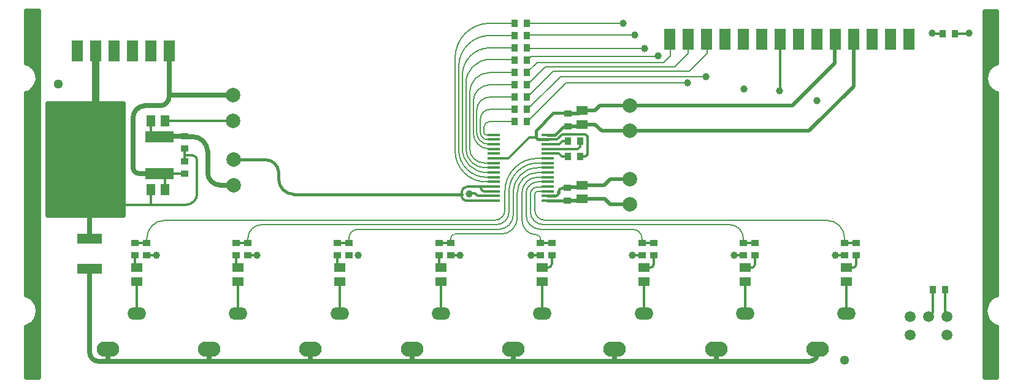
<source format=gbr>
G04 DipTrace 2.4.0.2*
%IN1_Layer_Top.gbr*%
%MOIN*%
%ADD14C,0.0079*%
%ADD15C,0.0276*%
%ADD16C,0.0197*%
%ADD17C,0.013*%
%ADD18C,0.0157*%
%ADD19C,0.0394*%
%ADD21C,0.025*%
%ADD25O,0.122X0.0827*%
%ADD26O,0.1024X0.0669*%
%ADD27C,0.0787*%
%ADD28R,0.0591X0.0512*%
%ADD29R,0.04X0.035*%
%ADD30R,0.0512X0.0591*%
%ADD31R,0.035X0.04*%
%ADD32R,0.1339X0.0551*%
%ADD33R,0.0591X0.1142*%
%ADD34C,0.0512*%
%ADD36R,0.1555X0.0591*%
%ADD37R,0.3819X0.4094*%
%ADD38R,0.0709X0.0157*%
%ADD39C,0.0591*%
%FSLAX44Y44*%
G04*
G70*
G90*
G75*
G01*
%LNTop*%
%LPD*%
X29630Y15394D2*
D14*
X29236D1*
G02X27937Y16693I0J1299D01*
G01*
Y20669D1*
G02X29433Y22165I1496J0D01*
G01*
X30772D1*
X31441Y18150D2*
X31476D1*
X33583Y20256D1*
X40177D1*
X47244Y5787D2*
D15*
Y5610D1*
G02X46791Y5138I-440J-32D01*
G01*
X41732D1*
X36220D1*
X30709D1*
X25197D1*
X19685D1*
X14173D1*
X8661D1*
X8169D1*
G02X7677Y5630I0J492D01*
G01*
Y10177D1*
X25197Y5787D2*
Y5138D1*
Y5787D2*
D16*
Y5138D1*
X36220Y5787D2*
D15*
Y5138D1*
Y5787D2*
D16*
Y5138D1*
X14173Y5787D2*
D15*
Y5138D1*
Y5787D2*
D16*
Y5138D1*
X41732Y5787D2*
D15*
Y5138D1*
X30709Y5787D2*
Y5138D1*
X8661Y5787D2*
Y5138D1*
X19685Y5787D2*
Y5138D1*
X48819Y9469D2*
D17*
Y7717D1*
X10236Y9469D2*
Y7717D1*
X15748Y9469D2*
Y7717D1*
X21260Y9469D2*
Y7717D1*
X26772Y9469D2*
Y7717D1*
X32283Y9469D2*
Y7717D1*
X37795Y9469D2*
Y7717D1*
X43307Y9469D2*
Y7717D1*
X54055Y22933D2*
X53484D1*
G02X53465Y22953I0J20D01*
G01*
X10157Y11555D2*
X10787D1*
X32583Y16161D2*
D14*
X32028D1*
G03X30256Y14390I0J-1772D01*
G01*
Y13366D1*
G02X29685Y12795I-571J0D01*
G01*
X11772D1*
G03X10787Y11811I0J-984D01*
G01*
Y11555D1*
X15650D2*
D17*
X16280D1*
D14*
Y11811D1*
G02X17028Y12559I748J0D01*
G01*
X29770D1*
G03X30472Y13262I0J703D01*
G01*
Y14350D1*
G02X32028Y15906I1555J0D01*
G01*
X32583D1*
X21142Y11555D2*
D17*
X21772D1*
D14*
Y11811D1*
G02X22264Y12303I492J0D01*
G01*
X29907D1*
G03X30709Y13104I0J801D01*
G01*
Y14331D1*
G02X32028Y15650I1319J0D01*
G01*
X32583D1*
X26673Y11555D2*
D17*
X27303D1*
X32583Y15394D2*
D14*
X32028D1*
G03X30925Y14291I0J-1102D01*
G01*
Y12936D1*
G02X30037Y12047I-888J0D01*
G01*
X27539D1*
G03X27303Y11811I0J-236D01*
G01*
Y11555D1*
X32815Y10906D2*
D17*
Y10453D1*
G02X32579Y10217I-236J0D01*
G01*
X32283D1*
X38327Y10906D2*
Y10394D1*
G02X38150Y10217I-177J0D01*
G01*
X37795D1*
X43839Y10906D2*
Y10394D1*
G02X43661Y10217I-177J0D01*
G01*
X43307D1*
X49350Y10906D2*
Y10413D1*
G02X49154Y10217I-197J0D01*
G01*
X48819D1*
X29630Y15650D2*
D14*
X29173D1*
G02X28130Y16693I0J1043D01*
G01*
Y20236D1*
G02X29433Y21535I1306J-7D01*
G01*
X30732D1*
G02X30772Y21496I0J-39D01*
G01*
X31441D2*
X31457D1*
X31673Y21713D1*
X38563D1*
X38583Y21732D1*
X32583Y17185D2*
D17*
X33091D1*
X33386Y17480D1*
X34626D1*
X34744Y17362D1*
Y16378D1*
X34626Y16260D1*
X34331D1*
X32583Y17185D2*
D18*
X32047D1*
X31929Y17303D1*
Y17677D1*
X32874Y18622D1*
X33642D1*
X33681Y18583D1*
D16*
X34272D1*
X34449Y18760D1*
X29630Y16161D2*
D17*
X30433D1*
X31575Y17303D1*
X31929D1*
X34449Y18760D2*
D16*
X35138D1*
X35413Y19035D1*
X37031D1*
X45886D1*
X48189Y21339D1*
Y22307D1*
X48213Y22283D1*
D17*
Y22638D1*
Y22992D1*
Y22638D2*
X48205D1*
X32583Y17441D2*
D18*
X32992D1*
X33425Y17874D1*
X33642D1*
X33681Y17913D1*
D16*
X34350D1*
X34449Y18012D1*
X35157D1*
X35512Y17657D1*
X37031D1*
X46791D1*
X49213Y20079D1*
Y22268D1*
X49197Y22283D1*
D17*
Y22638D1*
Y22992D1*
Y22638D2*
X49205D1*
X32583Y13858D2*
D18*
X33622D1*
X33642Y13878D1*
D16*
X34350D1*
X34429Y13957D1*
X35689D1*
X35984Y13661D1*
X37031D1*
X15512Y14705D2*
D15*
X14783D1*
G02X14094Y15394I0J689D01*
G01*
Y16516D1*
G03X13268Y17343I-827J0D01*
G01*
X12854D1*
G02X12835Y17362I0J20D01*
G01*
X11500D1*
X11477Y17339D1*
X11024Y18209D2*
D17*
Y17339D1*
X11477D1*
X29630Y14114D2*
X28760D1*
X28622Y14252D1*
X28307D1*
Y14232D1*
X32185Y11555D2*
X32795D1*
G03X32815Y11575I0J20D01*
G01*
X32185Y11555D2*
D14*
Y11791D1*
G03X31969Y12008I-217J0D01*
G01*
G02X31181Y12795I0J787D01*
G01*
Y14291D1*
G02X32028Y15138I846J0D01*
G01*
X32583D1*
X12031Y21654D2*
D17*
Y21969D1*
Y22323D1*
Y21969D2*
X12016D1*
Y22008D1*
X12835Y15315D2*
X11500D1*
X11476Y15339D1*
X11772Y14469D2*
Y15043D1*
X11476Y15339D1*
D15*
X10370D1*
G02X10039Y15669I0J331D01*
G01*
Y18366D1*
G02X10689Y19016I650J0D01*
G01*
X11496D1*
G03X12008Y19528I0J512D01*
G01*
Y21630D1*
G02X12031Y21654I24J0D01*
G01*
X15472Y19587D2*
X12067D1*
X12008Y19528D1*
X48720Y11555D2*
D17*
X49331D1*
G03X49350Y11575I0J20D01*
G01*
X48720Y11555D2*
D14*
Y11811D1*
G03X47736Y12795I-984J0D01*
G01*
X32441D1*
G02X31870Y13366I0J571D01*
G01*
Y14217D1*
G02X32028Y14370I160J-7D01*
G01*
X32583D1*
X29630Y17441D2*
X29236D1*
G02X29118Y17559I0J118D01*
G01*
Y17874D1*
G02X29394Y18150I276J0D01*
G01*
X30772D1*
X29630Y17185D2*
X29295D1*
G02X28921Y17559I0J374D01*
G01*
Y18307D1*
G02X29433Y18819I512J0D01*
G01*
X30772D1*
X29630Y16929D2*
X29354D1*
G02X28724Y17559I0J630D01*
G01*
Y18780D1*
G02X29433Y19488I709J0D01*
G01*
X30772D1*
X29630Y16673D2*
X29413D1*
G02X28528Y17559I0J886D01*
G01*
Y19252D1*
G02X29433Y20157I906J0D01*
G01*
X30772D1*
X29630Y15906D2*
X29492D1*
X30772Y20827D2*
X29433D1*
G03X28331Y19724I0J-1102D01*
G01*
Y16709D1*
G03X29134Y15906I803J0D01*
G01*
X29630D1*
X54724Y22933D2*
D17*
X55453D1*
G03X55472Y22953I0J20D01*
G01*
X31441Y20827D2*
D14*
X31457D1*
X32008Y21378D1*
X38878D1*
X39232Y21732D1*
Y22610D1*
X39205Y22638D1*
X29630Y15138D2*
X29236D1*
G02X27740Y16634I0J1496D01*
G01*
Y21142D1*
G02X29433Y22835I1693J0D01*
G01*
X30772D1*
X29630Y14882D2*
X29236D1*
G02X27543Y16575I0J1693D01*
G01*
Y21614D1*
G02X29433Y23504I1890J0D01*
G01*
X30772D1*
X9039Y21654D2*
D17*
Y22008D1*
Y22362D1*
Y22008D2*
X9016D1*
X31441Y18819D2*
D14*
X31476D1*
X33268Y20610D1*
X41161D1*
X31441Y19488D2*
X31476D1*
X32874Y20886D1*
X40280D1*
X41244Y21850D1*
Y22598D1*
X41205Y22638D1*
X31441Y20157D2*
X31476D1*
X32441Y21122D1*
X39492D1*
X40220Y21850D1*
Y22622D1*
X40205Y22638D1*
X36677Y23504D2*
X31441D1*
X45205Y22638D2*
D17*
Y19866D1*
X45181Y19843D1*
X37307Y22874D2*
D14*
X31480D1*
X31441Y22835D1*
X37858Y22126D2*
X31480D1*
X31441Y22165D1*
X32583Y16929D2*
D17*
X33209D1*
X33366Y17087D1*
X33661D1*
X32583Y16673D2*
X34213D1*
X34331Y16791D1*
Y17087D1*
X32583Y16417D2*
X33189D1*
X33346Y16260D1*
X33661D1*
X15650Y10886D2*
Y10315D1*
X15748Y10217D1*
X21142Y10886D2*
Y10335D1*
X21260Y10217D1*
X26673Y10886D2*
Y10315D1*
X26772Y10217D1*
X10157Y10886D2*
Y10295D1*
G03X10236Y10217I79J0D01*
G01*
X37697Y11555D2*
X38307D1*
G03X38327Y11575I0J20D01*
G01*
X32583Y14882D2*
D14*
X32028D1*
G03X31398Y14272I14J-645D01*
G01*
Y13091D1*
G03X32185Y12303I787J0D01*
G01*
X37205D1*
G02X37697Y11811I0J-492D01*
G01*
Y11555D1*
X43209D2*
D17*
X43819D1*
G03X43839Y11575I0J20D01*
G01*
X32583Y14626D2*
D14*
X32563Y14606D1*
X32028D1*
G03X31634Y14217I3J-397D01*
G01*
Y13268D1*
G03X32343Y12559I709J0D01*
G01*
X42461D1*
G02X43209Y11811I0J-748D01*
G01*
Y11555D1*
X50220Y22283D2*
Y22638D1*
Y22992D1*
Y22638D2*
X50205D1*
X53504Y9035D2*
D17*
Y7795D1*
G02X53287Y7579I-217J0D01*
G01*
X51205Y22283D2*
Y22638D1*
Y22992D1*
X54173Y9035D2*
Y7693D1*
G03X54287Y7579I114J0D01*
G01*
X10024Y21654D2*
Y22008D1*
Y22362D1*
Y22008D2*
X10016D1*
X7031Y21654D2*
Y22008D1*
Y22362D1*
Y22008D2*
X7016D1*
X12835Y15984D2*
Y16320D1*
Y16693D1*
Y16320D2*
X13266D1*
G02X13524Y16063I0J-257D01*
G01*
Y14252D1*
G02X12913Y13642I-610J0D01*
G01*
X11024D1*
X9567D1*
G02X8917Y14291I0J650D01*
G01*
Y14842D1*
G03X7421Y16339I-1496J0D01*
G01*
X8016Y21654D2*
Y22008D1*
Y22362D1*
Y21654D2*
D19*
Y16933D1*
X7421Y16339D1*
X11024Y14469D2*
D17*
Y13642D1*
X11047Y21654D2*
Y22008D1*
Y22362D1*
Y22008D2*
X11016D1*
X11772Y18209D2*
X15472D1*
X29630Y14626D2*
X28957D1*
X28209D1*
G03X27894Y14311I0J-315D01*
G01*
Y14209D1*
Y14114D1*
G03X28130Y13858I273J15D01*
G01*
X29630D1*
Y14370D2*
X29114D1*
G02X28957Y14528I0J157D01*
G01*
Y14626D1*
X27894Y14209D2*
D18*
X18783D1*
G02X17953Y15039I0J830D01*
G01*
Y15413D1*
G03X17244Y16083I-706J-38D01*
G01*
X15512D1*
X33642Y14547D2*
D16*
Y14587D1*
X34311D1*
X34429Y14705D1*
X35650D1*
X35965Y15020D1*
X37012D1*
X37031Y15039D1*
X32583Y14114D2*
D18*
X32992D1*
G03X33169Y14291I0J177D01*
G01*
Y14331D1*
G02X33386Y14547I217J0D01*
G01*
X33642D1*
X48720Y10886D2*
D17*
X48209D1*
X11299D2*
X10787D1*
X37697D2*
X37185D1*
X43209D2*
X42697D1*
X32185D2*
X31673D1*
X27815D2*
X27303D1*
X16791D2*
X16280D1*
X7677Y11791D2*
D15*
Y16082D1*
G03X7421Y16339I-256J0D01*
G01*
X6890Y17126D2*
D17*
Y16870D1*
G03X7421Y16339I531J0D01*
G01*
D19*
X36677Y23504D3*
X48213Y22992D3*
X49197D3*
X50220D3*
X51205D3*
X53465Y22953D3*
X55472D3*
X37307Y22874D3*
X48213Y22638D3*
X49197D3*
X50220D3*
X51205D3*
X7031Y22362D3*
X8016D3*
X9039D3*
X10024D3*
X11047D3*
X12031Y22323D3*
X48213Y22283D3*
X49197D3*
X50220D3*
X51205D3*
X37858Y22126D3*
X7031Y22008D3*
X8016D3*
X9039D3*
X10024D3*
X11047D3*
X12031Y21969D3*
X7031Y21654D3*
X8016D3*
X9039D3*
X10024D3*
X11047D3*
X12031D3*
X38583Y21732D3*
X41161Y20610D3*
X40177Y20256D3*
X43252Y19921D3*
X45181Y19843D3*
X47205Y19311D3*
X5906Y17913D3*
X6890D3*
X7874D3*
X8858D3*
X5906Y17126D3*
X6890D3*
X7874D3*
X8858D3*
X5906Y16339D3*
X6890D3*
X7874D3*
X8858D3*
X5906Y15551D3*
X6890D3*
X7874D3*
X8858D3*
X5906Y14764D3*
X6890D3*
X7874D3*
X8858D3*
X28307Y14232D3*
X11299Y10886D3*
X16791D3*
X22283D3*
X27815D3*
X31673D3*
X37185D3*
X42697D3*
X48209D3*
X4284Y23898D2*
D21*
X4869D1*
X4284Y23649D2*
X4869D1*
X4284Y23401D2*
X4869D1*
X4284Y23152D2*
X4869D1*
X4284Y22903D2*
X4869D1*
X4284Y22655D2*
X4869D1*
X4284Y22406D2*
X4869D1*
X4284Y22157D2*
X4869D1*
X4284Y21908D2*
X4869D1*
X4284Y21660D2*
X4869D1*
X4284Y21411D2*
X4869D1*
X4594Y21162D2*
X4869D1*
X4782Y20914D2*
X4869D1*
X4649Y19919D2*
X4869D1*
X4284Y19670D2*
X4869D1*
X4284Y19422D2*
X4869D1*
X4284Y19173D2*
X4869D1*
X4284Y18924D2*
X4869D1*
X4284Y18676D2*
X4869D1*
X4284Y18427D2*
X4869D1*
X4284Y18178D2*
X4869D1*
X4284Y17929D2*
X4869D1*
X4284Y17681D2*
X4869D1*
X4284Y17432D2*
X4869D1*
X4284Y17183D2*
X4869D1*
X4284Y16935D2*
X4869D1*
X4284Y16686D2*
X4869D1*
X4284Y16437D2*
X4869D1*
X4284Y16189D2*
X4869D1*
X4284Y15940D2*
X4869D1*
X4284Y15691D2*
X4869D1*
X4284Y15443D2*
X4869D1*
X4284Y15194D2*
X4869D1*
X4284Y14945D2*
X4869D1*
X4284Y14697D2*
X4869D1*
X4284Y14448D2*
X4869D1*
X4284Y14199D2*
X4869D1*
X4284Y13950D2*
X4869D1*
X4284Y13702D2*
X4869D1*
X4284Y13453D2*
X4869D1*
X4284Y13204D2*
X4869D1*
X4284Y12956D2*
X4869D1*
X4284Y12707D2*
X4869D1*
X4284Y12458D2*
X4869D1*
X4284Y12210D2*
X4869D1*
X4284Y11961D2*
X4869D1*
X4284Y11712D2*
X4869D1*
X4284Y11464D2*
X4869D1*
X4284Y11215D2*
X4869D1*
X4284Y10966D2*
X4869D1*
X4284Y10718D2*
X4869D1*
X4284Y10469D2*
X4869D1*
X4284Y10220D2*
X4869D1*
X4284Y9971D2*
X4869D1*
X4284Y9723D2*
X4869D1*
X4284Y9474D2*
X4869D1*
X4284Y9225D2*
X4869D1*
X4284Y8977D2*
X4869D1*
X4329Y8728D2*
X4869D1*
X4676Y8479D2*
X4869D1*
X4673Y7236D2*
X4869D1*
X4284Y6987D2*
X4869D1*
X4284Y6739D2*
X4869D1*
X4284Y6490D2*
X4869D1*
X4284Y6241D2*
X4869D1*
X4284Y5992D2*
X4869D1*
X4284Y5744D2*
X4869D1*
X4284Y5495D2*
X4869D1*
X4284Y5246D2*
X4869D1*
X4284Y4998D2*
X4869D1*
X4284Y4749D2*
X4869D1*
X4284Y4500D2*
X4869D1*
X4770Y24147D2*
X4259D1*
Y21346D1*
X4415Y21288D1*
X4667Y21079D1*
X4803Y20829D1*
X4866Y20513D1*
X4895Y20509D1*
Y24147D1*
X4770D1*
X4259Y7005D2*
Y4259D1*
X4895D1*
Y20509D1*
X4838Y20342D1*
X4792Y20172D1*
X4655Y19951D1*
X4498Y19794D1*
X4347Y19711D1*
X4259Y19686D1*
Y8739D1*
X4358Y8708D1*
X4537Y8592D1*
X4718Y8402D1*
X4828Y8167D1*
X4869Y7863D1*
X4843Y7618D1*
X4750Y7353D1*
X4583Y7164D1*
X4391Y7056D1*
X4261Y7003D1*
X56370Y23878D2*
X56936D1*
X56370Y23630D2*
X56936D1*
X56370Y23381D2*
X56936D1*
X56370Y23132D2*
X56936D1*
X56370Y22884D2*
X56936D1*
X56370Y22635D2*
X56936D1*
X56370Y22386D2*
X56936D1*
X56370Y22137D2*
X56936D1*
X56370Y21889D2*
X56936D1*
X56370Y21640D2*
X56936D1*
X56370Y21391D2*
X56936D1*
X56370Y21143D2*
X56611D1*
X56370Y19899D2*
X56596D1*
X56370Y19651D2*
X56936D1*
X56370Y19402D2*
X56936D1*
X56370Y19153D2*
X56936D1*
X56370Y18905D2*
X56936D1*
X56370Y18656D2*
X56936D1*
X56370Y18407D2*
X56936D1*
X56370Y18158D2*
X56936D1*
X56370Y17910D2*
X56936D1*
X56370Y17661D2*
X56936D1*
X56370Y17412D2*
X56936D1*
X56370Y17164D2*
X56936D1*
X56370Y16915D2*
X56936D1*
X56370Y16666D2*
X56936D1*
X56370Y16418D2*
X56936D1*
X56370Y16169D2*
X56936D1*
X56370Y15920D2*
X56936D1*
X56370Y15672D2*
X56936D1*
X56370Y15423D2*
X56936D1*
X56370Y15174D2*
X56936D1*
X56370Y14926D2*
X56936D1*
X56370Y14677D2*
X56936D1*
X56370Y14428D2*
X56936D1*
X56370Y14179D2*
X56936D1*
X56370Y13931D2*
X56936D1*
X56370Y13682D2*
X56936D1*
X56370Y13433D2*
X56936D1*
X56370Y13185D2*
X56936D1*
X56370Y12936D2*
X56936D1*
X56370Y12687D2*
X56936D1*
X56370Y12439D2*
X56936D1*
X56370Y12190D2*
X56936D1*
X56370Y11941D2*
X56936D1*
X56370Y11693D2*
X56936D1*
X56370Y11444D2*
X56936D1*
X56370Y11195D2*
X56936D1*
X56370Y10947D2*
X56936D1*
X56370Y10698D2*
X56936D1*
X56370Y10449D2*
X56936D1*
X56370Y10200D2*
X56936D1*
X56370Y9952D2*
X56936D1*
X56370Y9703D2*
X56936D1*
X56370Y9454D2*
X56936D1*
X56370Y9206D2*
X56936D1*
X56370Y8957D2*
X56936D1*
X56370Y8708D2*
X56842D1*
X56370Y8460D2*
X56533D1*
X56370Y7216D2*
X56596D1*
X56370Y6968D2*
X56936D1*
X56370Y6719D2*
X56936D1*
X56370Y6470D2*
X56936D1*
X56370Y6221D2*
X56936D1*
X56370Y5973D2*
X56936D1*
X56370Y5724D2*
X56936D1*
X56370Y5475D2*
X56936D1*
X56370Y5227D2*
X56936D1*
X56370Y4978D2*
X56936D1*
X56370Y4729D2*
X56936D1*
X56370Y4481D2*
X56936D1*
X56837Y24127D2*
X56345D1*
Y4279D1*
X56962D1*
Y7001D1*
X56867Y7037D1*
X56703Y7136D1*
X56524Y7322D1*
X56396Y7562D1*
X56351Y7854D1*
X56397Y8169D1*
X56505Y8387D1*
X56649Y8577D1*
X56827Y8691D1*
X56962Y8746D1*
Y19688D1*
X56830Y19733D1*
X56636Y19881D1*
X56522Y20023D1*
X56412Y20253D1*
X56371Y20497D1*
X56413Y20734D1*
X56509Y20993D1*
X56669Y21176D1*
X56864Y21305D1*
X56961Y21338D1*
X56962Y24127D1*
X56837D1*
X5426Y18878D2*
X9475D1*
X5426Y18630D2*
X9475D1*
X5426Y18381D2*
X9475D1*
X5426Y18132D2*
X9475D1*
X5426Y17884D2*
X9475D1*
X5426Y17635D2*
X9475D1*
X5426Y17386D2*
X9475D1*
X5426Y17137D2*
X9475D1*
X5426Y16889D2*
X9475D1*
X5426Y16640D2*
X9475D1*
X5426Y16391D2*
X9475D1*
X5426Y16143D2*
X9475D1*
X5426Y15894D2*
X9475D1*
X5426Y15645D2*
X9475D1*
X5426Y15397D2*
X9475D1*
X5426Y15148D2*
X9475D1*
X5426Y14899D2*
X9475D1*
X5426Y14651D2*
X9475D1*
X5426Y14402D2*
X9475D1*
X5426Y14153D2*
X9475D1*
X5426Y13905D2*
X9475D1*
X5426Y13656D2*
X9475D1*
X5426Y13407D2*
X9475D1*
X5426Y13158D2*
X9475D1*
X5401Y19002D2*
Y13078D1*
X9501D1*
Y19127D1*
X5401D1*
Y19002D1*
D25*
X14173Y5787D3*
D26*
X15748Y7717D3*
X10236D3*
D25*
X8661Y5787D3*
X25197D3*
D26*
X26772Y7717D3*
X21260D3*
D25*
X19685Y5787D3*
X36220D3*
D26*
X37795Y7717D3*
X32283D3*
D25*
X30709Y5787D3*
X47244D3*
D26*
X48819Y7717D3*
X43307D3*
D25*
X41732Y5787D3*
D27*
X15472Y19587D3*
Y18209D3*
X37031Y17657D3*
Y19035D3*
D28*
X34449Y18760D3*
Y18012D3*
D29*
X33681Y18583D3*
Y17913D3*
D30*
X11024Y18209D3*
X11772D3*
D29*
X12835Y17362D3*
Y16693D3*
D31*
X34331Y17087D3*
X33661D3*
D27*
X15512Y14705D3*
Y16083D3*
D31*
X34331Y16260D3*
X33661D3*
D29*
X12835Y15984D3*
Y15315D3*
D27*
X37031Y13661D3*
Y15039D3*
D28*
X34429Y14705D3*
Y13957D3*
D30*
X11024Y14469D3*
X11772D3*
D29*
X33642Y14547D3*
Y13878D3*
X10787Y11555D3*
Y10886D3*
X16280Y11555D3*
Y10886D3*
X21772Y11555D3*
Y10886D3*
X27303Y11555D3*
Y10886D3*
X32185Y11555D3*
Y10886D3*
X37697Y11555D3*
Y10886D3*
X43209Y11555D3*
Y10886D3*
X48720Y11555D3*
Y10886D3*
D28*
X10236Y9469D3*
Y10217D3*
X15748Y9469D3*
Y10217D3*
X21260Y9469D3*
Y10217D3*
X26772Y9469D3*
Y10217D3*
X32283Y9469D3*
Y10217D3*
X37795Y9469D3*
Y10217D3*
X43307Y9469D3*
Y10217D3*
X48819Y9469D3*
Y10217D3*
D31*
X53504Y9035D3*
X54173D3*
D32*
X7677Y11791D3*
Y10177D3*
D33*
X39205Y22638D3*
X40205D3*
X41205D3*
X42205D3*
X43205D3*
X44205D3*
X45205D3*
X46205D3*
X47205D3*
X48205D3*
X49205D3*
X50205D3*
X51205D3*
X52197D3*
X7016Y22008D3*
X8016D3*
X9016D3*
X10016D3*
X11016D3*
X12016D3*
D34*
X5969Y20197D3*
X48701Y5197D3*
D31*
X30772Y23504D3*
X31441D3*
X54724Y22933D3*
X54055D3*
X30772Y22835D3*
X31441D3*
X30772Y22165D3*
X31441D3*
X30772Y21496D3*
X31441D3*
X30772Y20827D3*
X31441D3*
X30772Y20157D3*
X31441D3*
X30772Y19488D3*
X31441D3*
X30772Y18819D3*
X31441D3*
X30772Y18150D3*
X31441D3*
D29*
X32815Y10906D3*
Y11575D3*
X38327Y10906D3*
Y11575D3*
X43839Y10906D3*
Y11575D3*
X49350Y10906D3*
Y11575D3*
X10157Y10886D3*
Y11555D3*
X15650Y10886D3*
Y11555D3*
X21142Y10886D3*
Y11555D3*
X26673Y10886D3*
Y11555D3*
D36*
X11476Y15339D3*
X11477Y17339D3*
D37*
X7421Y16339D3*
D38*
X29630Y17441D3*
Y17185D3*
Y16929D3*
Y16673D3*
Y16417D3*
Y16161D3*
Y15906D3*
Y15650D3*
Y15394D3*
Y15138D3*
Y14882D3*
Y14626D3*
Y14370D3*
Y14114D3*
Y13858D3*
X32583D3*
Y14114D3*
Y14370D3*
Y14626D3*
Y14882D3*
Y15138D3*
Y15394D3*
Y15650D3*
Y15906D3*
Y16161D3*
Y16417D3*
Y16673D3*
Y16929D3*
Y17185D3*
Y17441D3*
D39*
X52287Y7579D3*
X53287D3*
X54287D3*
X52287Y6547D3*
X54287D3*
M02*

</source>
